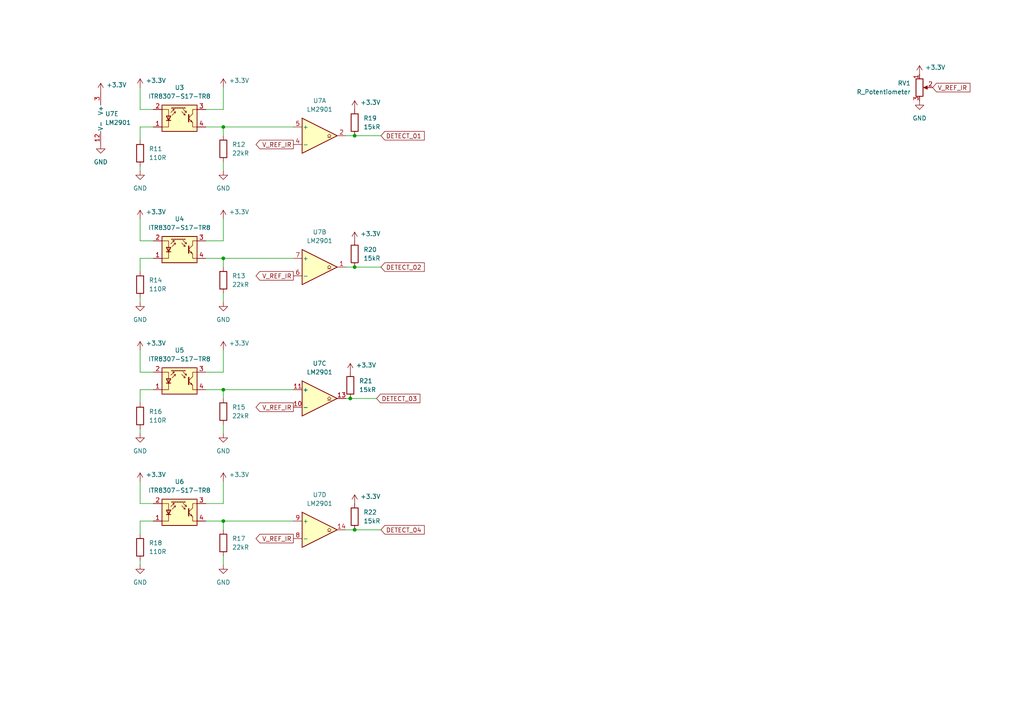
<source format=kicad_sch>
(kicad_sch (version 20230121) (generator eeschema)
  (paper "A4")
  (lib_symbols
    (symbol "Comparator:LM2901" (pin_names (offset 0.127))
      (property "Reference" "U" (at 0 5.08 0))
      (property "Value" "LM2901" (at 0 -5.08 0))
      (symbol "LM2901_1_1"
        (polyline (pts (xy -5.08 5.08) (xy 5.08 0) (xy -5.08 -5.08) (xy -5.08 5.08)) (stroke (width 0.254)) (fill (type background)))
        (polyline (pts (xy 3.302 -0.508) (xy 2.794 -0.508) (xy 3.302 0) (xy 2.794 0.508) (xy 2.286 0) (xy 2.794 -0.508) (xy 2.286 -0.508)) (stroke (width 0.127)))
        (pin open_collector line (at 7.62 0 180) (length 2.54) (name "~") (number "2"))
        (pin input line (at -7.62 -2.54 0) (length 2.54) (name "-") (number "4"))
        (pin input line (at -7.62 2.54 0) (length 2.54) (name "+") (number "5"))
      )
      (symbol "LM2901_2_1"
        (polyline (pts (xy -5.08 5.08) (xy 5.08 0) (xy -5.08 -5.08) (xy -5.08 5.08)) (stroke (width 0.254)) (fill (type background)))
        (polyline (pts (xy 3.302 -0.508) (xy 2.794 -0.508) (xy 3.302 0) (xy 2.794 0.508) (xy 2.286 0) (xy 2.794 -0.508) (xy 2.286 -0.508)) (stroke (width 0.127)))
        (pin open_collector line (at 7.62 0 180) (length 2.54) (name "~") (number "1"))
        (pin input line (at -7.62 -2.54 0) (length 2.54) (name "-") (number "6"))
        (pin input line (at -7.62 2.54 0) (length 2.54) (name "+") (number "7"))
      )
      (symbol "LM2901_3_1"
        (polyline (pts (xy -5.08 5.08) (xy 5.08 0) (xy -5.08 -5.08) (xy -5.08 5.08)) (stroke (width 0.254)) (fill (type background)))
        (polyline (pts (xy 3.302 -0.508) (xy 2.794 -0.508) (xy 3.302 0) (xy 2.794 0.508) (xy 2.286 0) (xy 2.794 -0.508) (xy 2.286 -0.508)) (stroke (width 0.127)))
        (pin input line (at -7.62 -2.54 0) (length 2.54) (name "-") (number "10"))
        (pin input line (at -7.62 2.54 0) (length 2.54) (name "+") (number "11"))
        (pin open_collector line (at 7.62 0 180) (length 2.54) (name "~") (number "13"))
      )
      (symbol "LM2901_4_1"
        (polyline (pts (xy -5.08 5.08) (xy 5.08 0) (xy -5.08 -5.08) (xy -5.08 5.08)) (stroke (width 0.254)) (fill (type background)))
        (polyline (pts (xy 3.302 -0.508) (xy 2.794 -0.508) (xy 3.302 0) (xy 2.794 0.508) (xy 2.286 0) (xy 2.794 -0.508) (xy 2.286 -0.508)) (stroke (width 0.127)))
        (pin open_collector line (at 7.62 0 180) (length 2.54) (name "~") (number "14"))
        (pin input line (at -7.62 -2.54 0) (length 2.54) (name "-") (number "8"))
        (pin input line (at -7.62 2.54 0) (length 2.54) (name "+") (number "9"))
      )
      (symbol "LM2901_5_1"
        (pin power_in line (at -2.54 -7.62 90) (length 3.81) (name "V-") (number "12"))
        (pin power_in line (at -2.54 7.62 270) (length 3.81) (name "V+") (number "3"))
      )
    )
    (symbol "Device:R" (pin_numbers hide) (pin_names (offset 0))
      (property "Reference" "R" (at 2.032 0 90))
      (property "Value" "R" (at 0 0 90))
      (symbol "R_0_1"
        (rectangle (start -1.016 -2.54) (end 1.016 2.54) (stroke (width 0.254)))
      )
      (symbol "R_1_1"
        (pin passive line (at 0 3.81 270) (length 1.27) (name "~") (number "1"))
        (pin passive line (at 0 -3.81 90) (length 1.27) (name "~") (number "2"))
      )
    )
    (symbol "Device:R_Potentiometer" (pin_names (offset 1.016) hide)
      (property "Reference" "RV" (at -4.445 0 90))
      (property "Value" "R_Potentiometer" (at -2.54 0 90))
      (symbol "R_Potentiometer_0_1"
        (polyline (pts (xy 2.54 0) (xy 1.524 0)))
        (polyline (pts (xy 1.143 0) (xy 2.286 0.508) (xy 2.286 -0.508) (xy 1.143 0)) (fill (type outline)))
        (rectangle (start 1.016 2.54) (end -1.016 -2.54) (stroke (width 0.254)))
      )
      (symbol "R_Potentiometer_1_1"
        (pin passive line (at 0 3.81 270) (length 1.27) (name "1") (number "1"))
        (pin passive line (at 3.81 0 180) (length 1.27) (name "2") (number "2"))
        (pin passive line (at 0 -3.81 90) (length 1.27) (name "3") (number "3"))
      )
    )
    (symbol "Sensor_Proximity:ITR8307-S17-TR8" (pin_names (offset 0.0254) hide)
      (property "Reference" "U" (at -3.81 5.08 0))
      (property "Value" "ITR8307-S17-TR8" (at 15.24 5.08 0))
      (symbol "ITR8307-S17-TR8_0_1"
        (polyline (pts (xy -3.81 -0.635) (xy -2.54 -0.635)) (stroke (width 0.254)))
        (polyline (pts (xy -2.286 2.921) (xy -2.032 3.175)))
        (polyline (pts (xy -1.778 2.921) (xy -1.524 3.175)))
        (polyline (pts (xy -1.524 2.667) (xy -1.651 2.159)))
        (polyline (pts (xy -1.27 2.921) (xy -1.016 3.175)))
        (polyline (pts (xy -1.143 1.905) (xy -1.27 1.397)))
        (polyline (pts (xy -0.762 2.921) (xy -0.508 3.175)))
        (polyline (pts (xy -0.254 2.921) (xy 0 3.175)))
        (polyline (pts (xy 0.254 2.921) (xy 0.508 3.175)))
        (polyline (pts (xy 0.762 2.921) (xy 1.016 3.175)))
        (polyline (pts (xy 1.27 2.921) (xy 1.524 3.175)))
        (polyline (pts (xy 1.651 0.889) (xy 1.143 1.016)))
        (polyline (pts (xy 1.778 2.921) (xy -2.413 2.921)))
        (polyline (pts (xy 2.032 1.651) (xy 1.524 1.778)))
        (polyline (pts (xy 2.667 -0.127) (xy 3.81 -1.27)))
        (polyline (pts (xy 2.667 0.127) (xy 3.81 1.27)))
        (polyline (pts (xy -2.54 1.651) (xy -1.524 2.667) (xy -2.032 2.54)))
        (polyline (pts (xy -2.159 0.889) (xy -1.143 1.905) (xy -1.651 1.778)))
        (polyline (pts (xy 0.635 1.905) (xy 1.651 0.889) (xy 1.524 1.397)))
        (polyline (pts (xy 1.016 2.667) (xy 2.032 1.651) (xy 1.905 2.159)))
        (polyline (pts (xy 2.667 1.016) (xy 2.667 -1.016) (xy 2.667 -1.016)) (stroke (width 0.3556)))
        (polyline (pts (xy 3.81 -1.27) (xy 3.81 -2.54) (xy 5.08 -2.54)))
        (polyline (pts (xy 3.81 1.27) (xy 3.81 2.54) (xy 5.08 2.54)))
        (polyline (pts (xy -5.08 -2.54) (xy -3.175 -2.54) (xy -3.175 2.54) (xy -5.08 2.54)))
        (polyline (pts (xy -3.175 -0.635) (xy -3.81 0.635) (xy -2.54 0.635) (xy -3.175 -0.635)) (stroke (width 0.254)))
        (polyline (pts (xy 3.683 -1.143) (xy 3.429 -0.635) (xy 3.175 -0.889) (xy 3.683 -1.143)))
        (polyline (pts (xy -5.08 -3.81) (xy 5.08 -3.81) (xy 5.08 3.81) (xy -5.08 3.81) (xy -5.08 -3.81)) (stroke (width 0.254)) (fill (type background)))
      )
      (symbol "ITR8307-S17-TR8_1_1"
        (pin passive line (at -7.62 -2.54 0) (length 2.54) (name "K") (number "1"))
        (pin passive line (at -7.62 2.54 0) (length 2.54) (name "A") (number "2"))
        (pin open_collector line (at 7.62 2.54 180) (length 2.54) (name "~") (number "3"))
        (pin open_emitter line (at 7.62 -2.54 180) (length 2.54) (name "~") (number "4"))
      )
    )
    (symbol "power:+3.3V" (power) (pin_names (offset 0))
      (property "Value" "+3.3V" (at 0 3.556 0))
      (symbol "+3.3V_0_1"
        (polyline (pts (xy -0.762 1.27) (xy 0 2.54)))
        (polyline (pts (xy 0 0) (xy 0 2.54)))
        (polyline (pts (xy 0 2.54) (xy 0.762 1.27)))
      )
      (symbol "+3.3V_1_1"
        (pin power_in line (at 0 0 90) (length 0) hide (name "+3.3V") (number "1"))
      )
    )
    (symbol "power:GND" (power) (pin_names (offset 0))
      (property "Value" "GND" (at 0 -3.81 0))
      (symbol "GND_0_1"
        (polyline (pts (xy 0 0) (xy 0 -1.27) (xy 1.27 -1.27) (xy 0 -2.54) (xy -1.27 -1.27) (xy 0 -1.27)))
      )
      (symbol "GND_1_1"
        (pin power_in line (at 0 0 270) (length 0) hide (name "GND") (number "1"))
      )
    )
  )
  (junction (at 64.77 113.03))
  (junction (at 102.87 39.37))
  (junction (at 64.77 151.13))
  (junction (at 64.77 74.93))
  (junction (at 102.87 153.67))
  (junction (at 102.87 77.47))
  (junction (at 101.6 115.57))
  (junction (at 64.77 36.83))
  (wire (pts (xy 40.64 116.84) (xy 40.64 113.03)))
  (wire (pts (xy 59.69 107.95) (xy 64.77 107.95)))
  (wire (pts (xy 40.64 107.95) (xy 44.45 107.95)))
  (wire (pts (xy 40.64 63.5) (xy 40.64 69.85)))
  (wire (pts (xy 101.6 115.57) (xy 100.33 115.57)))
  (wire (pts (xy 64.77 77.47) (xy 64.77 74.93)))
  (wire (pts (xy 64.77 101.6) (xy 64.77 107.95)))
  (wire (pts (xy 40.64 48.26) (xy 40.64 49.53)))
  (wire (pts (xy 110.49 153.67) (xy 102.87 153.67)))
  (wire (pts (xy 102.87 77.47) (xy 100.33 77.47)))
  (wire (pts (xy 59.69 146.05) (xy 64.77 146.05)))
  (wire (pts (xy 40.64 25.4) (xy 40.64 31.75)))
  (wire (pts (xy 64.77 85.09) (xy 64.77 87.63)))
  (wire (pts (xy 64.77 113.03) (xy 59.69 113.03)))
  (wire (pts (xy 102.87 153.67) (xy 100.33 153.67)))
  (wire (pts (xy 64.77 151.13) (xy 85.09 151.13)))
  (wire (pts (xy 59.69 31.75) (xy 64.77 31.75)))
  (wire (pts (xy 40.64 162.56) (xy 40.64 163.83)))
  (wire (pts (xy 109.22 115.57) (xy 101.6 115.57)))
  (wire (pts (xy 85.09 113.03) (xy 64.77 113.03)))
  (wire (pts (xy 64.77 139.7) (xy 64.77 146.05)))
  (wire (pts (xy 64.77 153.67) (xy 64.77 151.13)))
  (wire (pts (xy 64.77 25.4) (xy 64.77 31.75)))
  (wire (pts (xy 40.64 151.13) (xy 44.45 151.13)))
  (wire (pts (xy 64.77 151.13) (xy 59.69 151.13)))
  (wire (pts (xy 64.77 161.29) (xy 64.77 163.83)))
  (wire (pts (xy 64.77 113.03) (xy 64.77 115.57)))
  (wire (pts (xy 40.64 40.64) (xy 40.64 36.83)))
  (wire (pts (xy 40.64 74.93) (xy 44.45 74.93)))
  (wire (pts (xy 64.77 36.83) (xy 64.77 39.37)))
  (wire (pts (xy 40.64 86.36) (xy 40.64 87.63)))
  (wire (pts (xy 40.64 113.03) (xy 44.45 113.03)))
  (wire (pts (xy 59.69 69.85) (xy 64.77 69.85)))
  (wire (pts (xy 40.64 31.75) (xy 44.45 31.75)))
  (wire (pts (xy 40.64 146.05) (xy 44.45 146.05)))
  (wire (pts (xy 64.77 63.5) (xy 64.77 69.85)))
  (wire (pts (xy 102.87 39.37) (xy 100.33 39.37)))
  (wire (pts (xy 40.64 36.83) (xy 44.45 36.83)))
  (wire (pts (xy 64.77 74.93) (xy 85.09 74.93)))
  (wire (pts (xy 64.77 46.99) (xy 64.77 49.53)))
  (wire (pts (xy 64.77 123.19) (xy 64.77 125.73)))
  (wire (pts (xy 85.09 36.83) (xy 64.77 36.83)))
  (wire (pts (xy 40.64 139.7) (xy 40.64 146.05)))
  (wire (pts (xy 64.77 36.83) (xy 59.69 36.83)))
  (wire (pts (xy 40.64 78.74) (xy 40.64 74.93)))
  (wire (pts (xy 40.64 124.46) (xy 40.64 125.73)))
  (wire (pts (xy 40.64 69.85) (xy 44.45 69.85)))
  (wire (pts (xy 40.64 101.6) (xy 40.64 107.95)))
  (wire (pts (xy 110.49 77.47) (xy 102.87 77.47)))
  (wire (pts (xy 64.77 74.93) (xy 59.69 74.93)))
  (wire (pts (xy 110.49 39.37) (xy 102.87 39.37)))
  (wire (pts (xy 40.64 154.94) (xy 40.64 151.13)))
  (global_label "V_REF_IR" (shape output) (at 85.09 156.21 180) (property "Intersheetrefs" "${INTERSHEET_REFS}" (effects hide)))
  (global_label "V_REF_IR" (shape output) (at 85.09 118.11 180) (property "Intersheetrefs" "${INTERSHEET_REFS}" (effects hide)))
  (global_label "DETECT_02" (shape input) (at 110.49 77.47 0) (property "Intersheetrefs" "${INTERSHEET_REFS}" (effects hide)))
  (global_label "V_REF_IR" (shape input) (at 270.51 25.4 0) (property "Intersheetrefs" "${INTERSHEET_REFS}" (effects hide)))
  (global_label "DETECT_01" (shape input) (at 110.49 39.37 0) (property "Intersheetrefs" "${INTERSHEET_REFS}" (effects hide)))
  (global_label "DETECT_03" (shape input) (at 109.22 115.57 0) (property "Intersheetrefs" "${INTERSHEET_REFS}" (effects hide)))
  (global_label "V_REF_IR" (shape output) (at 85.09 80.01 180) (property "Intersheetrefs" "${INTERSHEET_REFS}" (effects hide)))
  (global_label "DETECT_04" (shape input) (at 110.49 153.67 0) (property "Intersheetrefs" "${INTERSHEET_REFS}" (effects hide)))
  (global_label "V_REF_IR" (shape output) (at 85.09 41.91 180) (property "Intersheetrefs" "${INTERSHEET_REFS}" (effects hide)))
  (symbol (lib_id "Device:R") (at 102.87 149.86 0) (unit 1)
    (property "Reference" "R22" (at 105.41 148.59 0) (effects (justify left)))
    (property "Value" "15kR" (at 105.41 151.13 0) (effects (justify left)))
  )
  (symbol (lib_id "power:+3.3V") (at 64.77 139.7 0) (unit 1)
    (property "Reference" "#PWR04" (effects hide))
    (property "Value" "+3.3V" (at 69.342 137.668 0))
    (instances (project "LF_1" (path "" (reference "#PWR04") (unit 1)) (path "" (reference "#PWR049") (unit 1))))
  )
  (symbol (lib_id "power:GND") (at 40.64 163.83 0) (unit 1)
    (property "Reference" "#PWR05" (effects hide))
    (property "Value" "GND" (at 40.64 168.91 0))
    (instances (project "LF_1" (path "" (reference "#PWR05") (unit 1)) (path "" (reference "#PWR035") (unit 1)) (path "" (reference "#PWR050") (unit 1))))
  )
  (symbol (lib_id "Device:R") (at 101.6 111.76 0) (unit 1)
    (property "Reference" "R21" (at 104.14 110.49 0) (effects (justify left)))
    (property "Value" "15kR" (at 104.14 113.03 0) (effects (justify left)))
  )
  (symbol (lib_id "Sensor_Proximity:ITR8307-S17-TR8") (at 52.07 148.59 0) (unit 1)
    (property "Reference" "U6" (at 52.07 139.7 0))
    (property "Value" "ITR8307-S17-TR8" (at 52.07 142.24 0))
    (property "Footprint" "OptoDevice:Everlight_ITR1201SR10AR" (effects hide))
    (property "Datasheet" "https://datasheet.lcsc.com/szlcsc/1810010232_Everlight-Elec-ITR8307-S17-TR8-B_C81632.pdf" (effects hide))
  )
  (symbol (lib_id "Device:R") (at 64.77 157.48 0) (unit 1)
    (property "Reference" "R17" (at 67.31 156.21 0) (effects (justify left)))
    (property "Value" "22kR" (at 67.31 158.75 0) (effects (justify left)))
  )
  (symbol (lib_id "Device:R") (at 102.87 35.56 0) (unit 1)
    (property "Reference" "R19" (at 105.41 34.29 0) (effects (justify left)))
    (property "Value" "15kR" (at 105.41 36.83 0) (effects (justify left)))
  )
  (symbol (lib_id "power:GND") (at 40.64 87.63 0) (unit 1)
    (property "Reference" "#PWR05" (effects hide))
    (property "Value" "GND" (at 40.64 92.71 0))
    (instances (project "LF_1" (path "" (reference "#PWR05") (unit 1)) (path "" (reference "#PWR035") (unit 1)) (path "" (reference "#PWR042") (unit 1))))
  )
  (symbol (lib_id "Sensor_Proximity:ITR8307-S17-TR8") (at 52.07 34.29 0) (unit 1)
    (property "Reference" "U3" (at 52.07 25.4 0))
    (property "Value" "ITR8307-S17-TR8" (at 52.07 27.94 0))
    (property "Footprint" "OptoDevice:Everlight_ITR1201SR10AR" (effects hide))
    (property "Datasheet" "https://datasheet.lcsc.com/szlcsc/1810010232_Everlight-Elec-ITR8307-S17-TR8-B_C81632.pdf" (effects hide))
  )
  (symbol (lib_id "power:+3.3V") (at 101.6 107.95 0) (unit 1)
    (property "Reference" "#PWR04" (effects hide))
    (property "Value" "+3.3V" (at 106.172 105.918 0))
    (instances (project "LF_1" (path "" (reference "#PWR04") (unit 1)) (path "" (reference "#PWR057") (unit 1))))
  )
  (symbol (lib_id "Device:R_Potentiometer") (at 266.7 25.4 0) (unit 1)
    (property "Reference" "RV1" (at 264.16 24.13 0) (effects (justify right)))
    (property "Value" "R_Potentiometer" (at 264.16 26.67 0) (effects (justify right)))
  )
  (symbol (lib_id "power:+3.3V") (at 29.21 26.67 0) (unit 1)
    (property "Reference" "#PWR04" (effects hide))
    (property "Value" "+3.3V" (at 33.782 24.638 0))
    (instances (project "LF_1" (path "" (reference "#PWR04") (unit 1)) (path "" (reference "#PWR052") (unit 1))))
  )
  (symbol (lib_id "power:+3.3V") (at 266.7 21.59 0) (unit 1)
    (property "Reference" "#PWR04" (effects hide))
    (property "Value" "+3.3V" (at 271.272 19.558 0))
    (instances (project "LF_1" (path "" (reference "#PWR04") (unit 1)) (path "" (reference "#PWR054") (unit 1))))
  )
  (symbol (lib_id "power:+3.3V") (at 64.77 101.6 0) (unit 1)
    (property "Reference" "#PWR04" (effects hide))
    (property "Value" "+3.3V" (at 69.342 99.568 0))
    (instances (project "LF_1" (path "" (reference "#PWR04") (unit 1)) (path "" (reference "#PWR045") (unit 1))))
  )
  (symbol (lib_id "power:GND") (at 266.7 29.21 0) (unit 1)
    (property "Reference" "#PWR05" (effects hide))
    (property "Value" "GND" (at 266.7 34.29 0))
    (instances (project "LF_1" (path "" (reference "#PWR05") (unit 1)) (path "" (reference "#PWR035") (unit 1)) (path "" (reference "#PWR055") (unit 1))))
  )
  (symbol (lib_id "Comparator:LM2901") (at 92.71 153.67 0) (unit 4)
    (property "Reference" "U7" (at 92.71 143.51 0))
    (property "Value" "LM2901" (at 92.71 146.05 0))
    (property "Datasheet" "https://www.st.com/resource/en/datasheet/lm2901.pdf" (effects hide))
  )
  (symbol (lib_id "power:GND") (at 64.77 125.73 0) (unit 1)
    (property "Reference" "#PWR05" (effects hide))
    (property "Value" "GND" (at 64.77 130.81 0))
    (instances (project "LF_1" (path "" (reference "#PWR05") (unit 1)) (path "" (reference "#PWR035") (unit 1)) (path "" (reference "#PWR047") (unit 1))))
  )
  (symbol (lib_id "power:+3.3V") (at 102.87 31.75 0) (unit 1)
    (property "Reference" "#PWR04" (effects hide))
    (property "Value" "+3.3V" (at 107.442 29.718 0))
    (instances (project "LF_1" (path "" (reference "#PWR04") (unit 1)) (path "" (reference "#PWR059") (unit 1))))
  )
  (symbol (lib_id "Comparator:LM2901") (at 92.71 39.37 0) (unit 1)
    (property "Reference" "U7" (at 92.71 29.21 0))
    (property "Value" "LM2901" (at 92.71 31.75 0))
    (property "Datasheet" "https://www.st.com/resource/en/datasheet/lm2901.pdf" (effects hide))
  )
  (symbol (lib_id "Device:R") (at 64.77 81.28 0) (unit 1)
    (property "Reference" "R13" (at 67.31 80.01 0) (effects (justify left)))
    (property "Value" "22kR" (at 67.31 82.55 0) (effects (justify left)))
  )
  (symbol (lib_id "power:+3.3V") (at 40.64 139.7 0) (unit 1)
    (property "Reference" "#PWR04" (effects hide))
    (property "Value" "+3.3V" (at 45.212 137.668 0))
    (instances (project "LF_1" (path "" (reference "#PWR04") (unit 1)) (path "" (reference "#PWR048") (unit 1))))
  )
  (symbol (lib_id "power:+3.3V") (at 102.87 69.85 0) (unit 1)
    (property "Reference" "#PWR04" (effects hide))
    (property "Value" "+3.3V" (at 107.442 67.818 0))
    (instances (project "LF_1" (path "" (reference "#PWR04") (unit 1)) (path "" (reference "#PWR058") (unit 1))))
  )
  (symbol (lib_id "power:+3.3V") (at 64.77 63.5 0) (unit 1)
    (property "Reference" "#PWR04" (effects hide))
    (property "Value" "+3.3V" (at 69.342 61.468 0))
    (instances (project "LF_1" (path "" (reference "#PWR04") (unit 1)) (path "" (reference "#PWR041") (unit 1))))
  )
  (symbol (lib_id "Comparator:LM2901") (at 92.71 77.47 0) (unit 2)
    (property "Reference" "U7" (at 92.71 67.31 0))
    (property "Value" "LM2901" (at 92.71 69.85 0))
    (property "Datasheet" "https://www.st.com/resource/en/datasheet/lm2901.pdf" (effects hide))
  )
  (symbol (lib_id "Device:R") (at 102.87 73.66 0) (unit 1)
    (property "Reference" "R20" (at 105.41 72.39 0) (effects (justify left)))
    (property "Value" "15kR" (at 105.41 74.93 0) (effects (justify left)))
  )
  (symbol (lib_id "power:+3.3V") (at 40.64 63.5 0) (unit 1)
    (property "Reference" "#PWR04" (effects hide))
    (property "Value" "+3.3V" (at 45.212 61.468 0))
    (instances (project "LF_1" (path "" (reference "#PWR04") (unit 1)) (path "" (reference "#PWR040") (unit 1))))
  )
  (symbol (lib_id "power:GND") (at 64.77 49.53 0) (unit 1)
    (property "Reference" "#PWR05" (effects hide))
    (property "Value" "GND" (at 64.77 54.61 0))
    (instances (project "LF_1" (path "" (reference "#PWR05") (unit 1)) (path "" (reference "#PWR035") (unit 1)) (path "" (reference "#PWR038") (unit 1))))
  )
  (symbol (lib_id "Device:R") (at 40.64 120.65 0) (unit 1)
    (property "Reference" "R16" (at 43.18 119.38 0) (effects (justify left)))
    (property "Value" "110R" (at 43.18 121.92 0) (effects (justify left)))
  )
  (symbol (lib_id "power:+3.3V") (at 40.64 25.4 0) (unit 1)
    (property "Reference" "#PWR04" (effects hide))
    (property "Value" "+3.3V" (at 45.212 23.368 0))
    (instances (project "LF_1" (path "" (reference "#PWR04") (unit 1)) (path "" (reference "#PWR037") (unit 1))))
  )
  (symbol (lib_id "power:+3.3V") (at 40.64 101.6 0) (unit 1)
    (property "Reference" "#PWR04" (effects hide))
    (property "Value" "+3.3V" (at 45.212 99.568 0))
    (instances (project "LF_1" (path "" (reference "#PWR04") (unit 1)) (path "" (reference "#PWR044") (unit 1))))
  )
  (symbol (lib_id "Device:R") (at 40.64 44.45 0) (unit 1)
    (property "Reference" "R11" (at 43.18 43.18 0) (effects (justify left)))
    (property "Value" "110R" (at 43.18 45.72 0) (effects (justify left)))
  )
  (symbol (lib_id "power:+3.3V") (at 64.77 25.4 0) (unit 1)
    (property "Reference" "#PWR04" (effects hide))
    (property "Value" "+3.3V" (at 69.342 23.368 0))
    (instances (project "LF_1" (path "" (reference "#PWR04") (unit 1)) (path "" (reference "#PWR039") (unit 1))))
  )
  (symbol (lib_id "Sensor_Proximity:ITR8307-S17-TR8") (at 52.07 72.39 0) (unit 1)
    (property "Reference" "U4" (at 52.07 63.5 0))
    (property "Value" "ITR8307-S17-TR8" (at 52.07 66.04 0))
    (property "Footprint" "OptoDevice:Everlight_ITR1201SR10AR" (effects hide))
    (property "Datasheet" "https://datasheet.lcsc.com/szlcsc/1810010232_Everlight-Elec-ITR8307-S17-TR8-B_C81632.pdf" (effects hide))
  )
  (symbol (lib_id "Device:R") (at 40.64 158.75 0) (unit 1)
    (property "Reference" "R18" (at 43.18 157.48 0) (effects (justify left)))
    (property "Value" "110R" (at 43.18 160.02 0) (effects (justify left)))
  )
  (symbol (lib_id "power:GND") (at 29.21 41.91 0) (unit 1)
    (property "Reference" "#PWR05" (effects hide))
    (property "Value" "GND" (at 29.21 46.99 0))
    (instances (project "LF_1" (path "" (reference "#PWR05") (unit 1)) (path "" (reference "#PWR035") (unit 1)) (path "" (reference "#PWR053") (unit 1))))
  )
  (symbol (lib_id "power:GND") (at 64.77 163.83 0) (unit 1)
    (property "Reference" "#PWR05" (effects hide))
    (property "Value" "GND" (at 64.77 168.91 0))
    (instances (project "LF_1" (path "" (reference "#PWR05") (unit 1)) (path "" (reference "#PWR035") (unit 1)) (path "" (reference "#PWR051") (unit 1))))
  )
  (symbol (lib_id "Comparator:LM2901") (at 31.75 34.29 0) (unit 5)
    (property "Reference" "U7" (at 30.48 33.02 0) (effects (justify left)))
    (property "Value" "LM2901" (at 30.48 35.56 0) (effects (justify left)))
    (property "Datasheet" "https://www.st.com/resource/en/datasheet/lm2901.pdf" (effects hide))
  )
  (symbol (lib_id "Comparator:LM2901") (at 92.71 115.57 0) (unit 3)
    (property "Reference" "U7" (at 92.71 105.41 0))
    (property "Value" "LM2901" (at 92.71 107.95 0))
    (property "Datasheet" "https://www.st.com/resource/en/datasheet/lm2901.pdf" (effects hide))
  )
  (symbol (lib_id "Device:R") (at 64.77 119.38 0) (unit 1)
    (property "Reference" "R15" (at 67.31 118.11 0) (effects (justify left)))
    (property "Value" "22kR" (at 67.31 120.65 0) (effects (justify left)))
  )
  (symbol (lib_id "power:GND") (at 64.77 87.63 0) (unit 1)
    (property "Reference" "#PWR05" (effects hide))
    (property "Value" "GND" (at 64.77 92.71 0))
    (instances (project "LF_1" (path "" (reference "#PWR05") (unit 1)) (path "" (reference "#PWR035") (unit 1)) (path "" (reference "#PWR043") (unit 1))))
  )
  (symbol (lib_id "Sensor_Proximity:ITR8307-S17-TR8") (at 52.07 110.49 0) (unit 1)
    (property "Reference" "U5" (at 52.07 101.6 0))
    (property "Value" "ITR8307-S17-TR8" (at 52.07 104.14 0))
    (property "Footprint" "OptoDevice:Everlight_ITR1201SR10AR" (effects hide))
    (property "Datasheet" "https://datasheet.lcsc.com/szlcsc/1810010232_Everlight-Elec-ITR8307-S17-TR8-B_C81632.pdf" (effects hide))
  )
  (symbol (lib_id "power:GND") (at 40.64 125.73 0) (unit 1)
    (property "Reference" "#PWR05" (effects hide))
    (property "Value" "GND" (at 40.64 130.81 0))
    (instances (project "LF_1" (path "" (reference "#PWR05") (unit 1)) (path "" (reference "#PWR035") (unit 1)) (path "" (reference "#PWR046") (unit 1))))
  )
  (symbol (lib_id "power:GND") (at 40.64 49.53 0) (unit 1)
    (property "Reference" "#PWR05" (effects hide))
    (property "Value" "GND" (at 40.64 54.61 0))
    (instances (project "LF_1" (path "" (reference "#PWR05") (unit 1)) (path "" (reference "#PWR035") (unit 1)) (path "" (reference "#PWR036") (unit 1))))
  )
  (symbol (lib_id "Device:R") (at 40.64 82.55 0) (unit 1)
    (property "Reference" "R14" (at 43.18 81.28 0) (effects (justify left)))
    (property "Value" "110R" (at 43.18 83.82 0) (effects (justify left)))
  )
  (symbol (lib_id "Device:R") (at 64.77 43.18 0) (unit 1)
    (property "Reference" "R12" (at 67.31 41.91 0) (effects (justify left)))
    (property "Value" "22kR" (at 67.31 44.45 0) (effects (justify left)))
  )
  (symbol (lib_id "power:+3.3V") (at 102.87 146.05 0) (unit 1)
    (property "Reference" "#PWR04" (effects hide))
    (property "Value" "+3.3V" (at 107.442 144.018 0))
    (instances (project "LF_1" (path "" (reference "#PWR04") (unit 1)) (path "" (reference "#PWR056") (unit 1))))
  )
)
</source>
